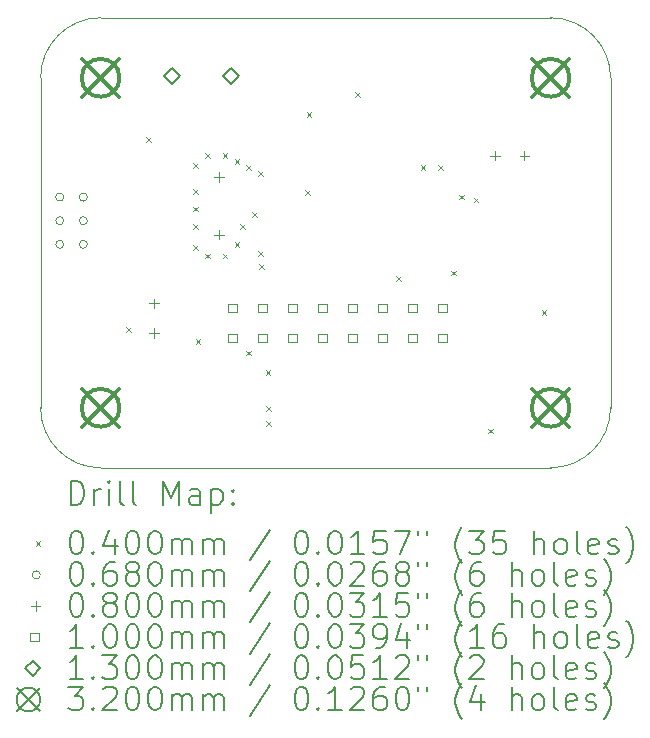
<source format=gbr>
%TF.GenerationSoftware,KiCad,Pcbnew,(6.0.10)*%
%TF.CreationDate,2023-01-26T22:30:29-05:00*%
%TF.ProjectId,telemetry_transmitter,74656c65-6d65-4747-9279-5f7472616e73,rev?*%
%TF.SameCoordinates,Original*%
%TF.FileFunction,Drillmap*%
%TF.FilePolarity,Positive*%
%FSLAX45Y45*%
G04 Gerber Fmt 4.5, Leading zero omitted, Abs format (unit mm)*
G04 Created by KiCad (PCBNEW (6.0.10)) date 2023-01-26 22:30:29*
%MOMM*%
%LPD*%
G01*
G04 APERTURE LIST*
%ADD10C,0.050000*%
%ADD11C,0.200000*%
%ADD12C,0.040000*%
%ADD13C,0.068000*%
%ADD14C,0.080000*%
%ADD15C,0.100000*%
%ADD16C,0.130000*%
%ADD17C,0.320000*%
G04 APERTURE END LIST*
D10*
X18288000Y-11684000D02*
G75*
G03*
X18796000Y-12192000I508000J0D01*
G01*
X23114000Y-8890000D02*
G75*
G03*
X22606000Y-8382000I-508000J0D01*
G01*
X18288000Y-11684000D02*
X18288000Y-8890000D01*
X18796000Y-8382000D02*
G75*
G03*
X18288000Y-8890000I0J-508000D01*
G01*
X23114000Y-8890000D02*
X23114000Y-11684000D01*
X22606000Y-12192000D02*
G75*
G03*
X23114000Y-11684000I0J508000D01*
G01*
X22606000Y-12192000D02*
X18796000Y-12192000D01*
X18796000Y-8382000D02*
X22606000Y-8382000D01*
D11*
D12*
X19010000Y-11000000D02*
X19050000Y-11040000D01*
X19050000Y-11000000D02*
X19010000Y-11040000D01*
X19180000Y-9390000D02*
X19220000Y-9430000D01*
X19220000Y-9390000D02*
X19180000Y-9430000D01*
X19580000Y-9610000D02*
X19620000Y-9650000D01*
X19620000Y-9610000D02*
X19580000Y-9650000D01*
X19580000Y-9830000D02*
X19620000Y-9870000D01*
X19620000Y-9830000D02*
X19580000Y-9870000D01*
X19580000Y-9980000D02*
X19620000Y-10020000D01*
X19620000Y-9980000D02*
X19580000Y-10020000D01*
X19580000Y-10130000D02*
X19620000Y-10170000D01*
X19620000Y-10130000D02*
X19580000Y-10170000D01*
X19580000Y-10310000D02*
X19620000Y-10350000D01*
X19620000Y-10310000D02*
X19580000Y-10350000D01*
X19600000Y-11100000D02*
X19640000Y-11140000D01*
X19640000Y-11100000D02*
X19600000Y-11140000D01*
X19680000Y-9530000D02*
X19720000Y-9570000D01*
X19720000Y-9530000D02*
X19680000Y-9570000D01*
X19680000Y-10380000D02*
X19720000Y-10420000D01*
X19720000Y-10380000D02*
X19680000Y-10420000D01*
X19830000Y-9530000D02*
X19870000Y-9570000D01*
X19870000Y-9530000D02*
X19830000Y-9570000D01*
X19830000Y-10380000D02*
X19870000Y-10420000D01*
X19870000Y-10380000D02*
X19830000Y-10420000D01*
X19930000Y-9580000D02*
X19970000Y-9620000D01*
X19970000Y-9580000D02*
X19930000Y-9620000D01*
X19930000Y-10280000D02*
X19970000Y-10320000D01*
X19970000Y-10280000D02*
X19930000Y-10320000D01*
X19980000Y-10130000D02*
X20020000Y-10170000D01*
X20020000Y-10130000D02*
X19980000Y-10170000D01*
X20030000Y-9630000D02*
X20070000Y-9670000D01*
X20070000Y-9630000D02*
X20030000Y-9670000D01*
X20030000Y-11200000D02*
X20070000Y-11240000D01*
X20070000Y-11200000D02*
X20030000Y-11240000D01*
X20080000Y-10030000D02*
X20120000Y-10070000D01*
X20120000Y-10030000D02*
X20080000Y-10070000D01*
X20130000Y-9680000D02*
X20170000Y-9720000D01*
X20170000Y-9680000D02*
X20130000Y-9720000D01*
X20130000Y-10355000D02*
X20170000Y-10395000D01*
X20170000Y-10355000D02*
X20130000Y-10395000D01*
X20140000Y-10470000D02*
X20180000Y-10510000D01*
X20180000Y-10470000D02*
X20140000Y-10510000D01*
X20192500Y-11366500D02*
X20232500Y-11406500D01*
X20232500Y-11366500D02*
X20192500Y-11406500D01*
X20196100Y-11670500D02*
X20236100Y-11710500D01*
X20236100Y-11670500D02*
X20196100Y-11710500D01*
X20196100Y-11797500D02*
X20236100Y-11837500D01*
X20236100Y-11797500D02*
X20196100Y-11837500D01*
X20530000Y-9840000D02*
X20570000Y-9880000D01*
X20570000Y-9840000D02*
X20530000Y-9880000D01*
X20540000Y-9180000D02*
X20580000Y-9220000D01*
X20580000Y-9180000D02*
X20540000Y-9220000D01*
X20950000Y-9010000D02*
X20990000Y-9050000D01*
X20990000Y-9010000D02*
X20950000Y-9050000D01*
X21300000Y-10570000D02*
X21340000Y-10610000D01*
X21340000Y-10570000D02*
X21300000Y-10610000D01*
X21505000Y-9630000D02*
X21545000Y-9670000D01*
X21545000Y-9630000D02*
X21505000Y-9670000D01*
X21655000Y-9630000D02*
X21695000Y-9670000D01*
X21695000Y-9630000D02*
X21655000Y-9670000D01*
X21766422Y-10523952D02*
X21806422Y-10563952D01*
X21806422Y-10523952D02*
X21766422Y-10563952D01*
X21830000Y-9880000D02*
X21870000Y-9920000D01*
X21870000Y-9880000D02*
X21830000Y-9920000D01*
X21955000Y-9905000D02*
X21995000Y-9945000D01*
X21995000Y-9905000D02*
X21955000Y-9945000D01*
X22080000Y-11860000D02*
X22120000Y-11900000D01*
X22120000Y-11860000D02*
X22080000Y-11900000D01*
X22530000Y-10855000D02*
X22570000Y-10895000D01*
X22570000Y-10855000D02*
X22530000Y-10895000D01*
D13*
X18484000Y-9900000D02*
G75*
G03*
X18484000Y-9900000I-34000J0D01*
G01*
X18484000Y-10100000D02*
G75*
G03*
X18484000Y-10100000I-34000J0D01*
G01*
X18484000Y-10300000D02*
G75*
G03*
X18484000Y-10300000I-34000J0D01*
G01*
X18684000Y-9900000D02*
G75*
G03*
X18684000Y-9900000I-34000J0D01*
G01*
X18684000Y-10100000D02*
G75*
G03*
X18684000Y-10100000I-34000J0D01*
G01*
X18684000Y-10300000D02*
G75*
G03*
X18684000Y-10300000I-34000J0D01*
G01*
D14*
X19250000Y-10760000D02*
X19250000Y-10840000D01*
X19210000Y-10800000D02*
X19290000Y-10800000D01*
X19250000Y-11010000D02*
X19250000Y-11090000D01*
X19210000Y-11050000D02*
X19290000Y-11050000D01*
X19800000Y-9690000D02*
X19800000Y-9770000D01*
X19760000Y-9730000D02*
X19840000Y-9730000D01*
X19800000Y-10178000D02*
X19800000Y-10258000D01*
X19760000Y-10218000D02*
X19840000Y-10218000D01*
X22133861Y-9510000D02*
X22133861Y-9590000D01*
X22093861Y-9550000D02*
X22173861Y-9550000D01*
X22383861Y-9510000D02*
X22383861Y-9590000D01*
X22343861Y-9550000D02*
X22423861Y-9550000D01*
D15*
X19947856Y-10872856D02*
X19947856Y-10802144D01*
X19877144Y-10802144D01*
X19877144Y-10872856D01*
X19947856Y-10872856D01*
X19947856Y-11126856D02*
X19947856Y-11056144D01*
X19877144Y-11056144D01*
X19877144Y-11126856D01*
X19947856Y-11126856D01*
X20201856Y-10872856D02*
X20201856Y-10802144D01*
X20131144Y-10802144D01*
X20131144Y-10872856D01*
X20201856Y-10872856D01*
X20201856Y-11126856D02*
X20201856Y-11056144D01*
X20131144Y-11056144D01*
X20131144Y-11126856D01*
X20201856Y-11126856D01*
X20455856Y-10872856D02*
X20455856Y-10802144D01*
X20385144Y-10802144D01*
X20385144Y-10872856D01*
X20455856Y-10872856D01*
X20455856Y-11126856D02*
X20455856Y-11056144D01*
X20385144Y-11056144D01*
X20385144Y-11126856D01*
X20455856Y-11126856D01*
X20709856Y-10872856D02*
X20709856Y-10802144D01*
X20639144Y-10802144D01*
X20639144Y-10872856D01*
X20709856Y-10872856D01*
X20709856Y-11126856D02*
X20709856Y-11056144D01*
X20639144Y-11056144D01*
X20639144Y-11126856D01*
X20709856Y-11126856D01*
X20963856Y-10872856D02*
X20963856Y-10802144D01*
X20893144Y-10802144D01*
X20893144Y-10872856D01*
X20963856Y-10872856D01*
X20963856Y-11126856D02*
X20963856Y-11056144D01*
X20893144Y-11056144D01*
X20893144Y-11126856D01*
X20963856Y-11126856D01*
X21217856Y-10872856D02*
X21217856Y-10802144D01*
X21147144Y-10802144D01*
X21147144Y-10872856D01*
X21217856Y-10872856D01*
X21217856Y-11126856D02*
X21217856Y-11056144D01*
X21147144Y-11056144D01*
X21147144Y-11126856D01*
X21217856Y-11126856D01*
X21471856Y-10872856D02*
X21471856Y-10802144D01*
X21401144Y-10802144D01*
X21401144Y-10872856D01*
X21471856Y-10872856D01*
X21471856Y-11126856D02*
X21471856Y-11056144D01*
X21401144Y-11056144D01*
X21401144Y-11126856D01*
X21471856Y-11126856D01*
X21725856Y-10872856D02*
X21725856Y-10802144D01*
X21655144Y-10802144D01*
X21655144Y-10872856D01*
X21725856Y-10872856D01*
X21725856Y-11126856D02*
X21725856Y-11056144D01*
X21655144Y-11056144D01*
X21655144Y-11126856D01*
X21725856Y-11126856D01*
D16*
X19400000Y-8940000D02*
X19465000Y-8875000D01*
X19400000Y-8810000D01*
X19335000Y-8875000D01*
X19400000Y-8940000D01*
X19900000Y-8940000D02*
X19965000Y-8875000D01*
X19900000Y-8810000D01*
X19835000Y-8875000D01*
X19900000Y-8940000D01*
D17*
X18636000Y-8730000D02*
X18956000Y-9050000D01*
X18956000Y-8730000D02*
X18636000Y-9050000D01*
X18956000Y-8890000D02*
G75*
G03*
X18956000Y-8890000I-160000J0D01*
G01*
X18636000Y-11524000D02*
X18956000Y-11844000D01*
X18956000Y-11524000D02*
X18636000Y-11844000D01*
X18956000Y-11684000D02*
G75*
G03*
X18956000Y-11684000I-160000J0D01*
G01*
X22446000Y-8730000D02*
X22766000Y-9050000D01*
X22766000Y-8730000D02*
X22446000Y-9050000D01*
X22766000Y-8890000D02*
G75*
G03*
X22766000Y-8890000I-160000J0D01*
G01*
X22446000Y-11524000D02*
X22766000Y-11844000D01*
X22766000Y-11524000D02*
X22446000Y-11844000D01*
X22766000Y-11684000D02*
G75*
G03*
X22766000Y-11684000I-160000J0D01*
G01*
D11*
X18543119Y-12504976D02*
X18543119Y-12304976D01*
X18590738Y-12304976D01*
X18619310Y-12314500D01*
X18638357Y-12333548D01*
X18647881Y-12352595D01*
X18657405Y-12390690D01*
X18657405Y-12419262D01*
X18647881Y-12457357D01*
X18638357Y-12476405D01*
X18619310Y-12495452D01*
X18590738Y-12504976D01*
X18543119Y-12504976D01*
X18743119Y-12504976D02*
X18743119Y-12371643D01*
X18743119Y-12409738D02*
X18752643Y-12390690D01*
X18762167Y-12381167D01*
X18781214Y-12371643D01*
X18800262Y-12371643D01*
X18866929Y-12504976D02*
X18866929Y-12371643D01*
X18866929Y-12304976D02*
X18857405Y-12314500D01*
X18866929Y-12324024D01*
X18876452Y-12314500D01*
X18866929Y-12304976D01*
X18866929Y-12324024D01*
X18990738Y-12504976D02*
X18971690Y-12495452D01*
X18962167Y-12476405D01*
X18962167Y-12304976D01*
X19095500Y-12504976D02*
X19076452Y-12495452D01*
X19066929Y-12476405D01*
X19066929Y-12304976D01*
X19324071Y-12504976D02*
X19324071Y-12304976D01*
X19390738Y-12447833D01*
X19457405Y-12304976D01*
X19457405Y-12504976D01*
X19638357Y-12504976D02*
X19638357Y-12400214D01*
X19628833Y-12381167D01*
X19609786Y-12371643D01*
X19571690Y-12371643D01*
X19552643Y-12381167D01*
X19638357Y-12495452D02*
X19619310Y-12504976D01*
X19571690Y-12504976D01*
X19552643Y-12495452D01*
X19543119Y-12476405D01*
X19543119Y-12457357D01*
X19552643Y-12438309D01*
X19571690Y-12428786D01*
X19619310Y-12428786D01*
X19638357Y-12419262D01*
X19733595Y-12371643D02*
X19733595Y-12571643D01*
X19733595Y-12381167D02*
X19752643Y-12371643D01*
X19790738Y-12371643D01*
X19809786Y-12381167D01*
X19819310Y-12390690D01*
X19828833Y-12409738D01*
X19828833Y-12466881D01*
X19819310Y-12485928D01*
X19809786Y-12495452D01*
X19790738Y-12504976D01*
X19752643Y-12504976D01*
X19733595Y-12495452D01*
X19914548Y-12485928D02*
X19924071Y-12495452D01*
X19914548Y-12504976D01*
X19905024Y-12495452D01*
X19914548Y-12485928D01*
X19914548Y-12504976D01*
X19914548Y-12381167D02*
X19924071Y-12390690D01*
X19914548Y-12400214D01*
X19905024Y-12390690D01*
X19914548Y-12381167D01*
X19914548Y-12400214D01*
D12*
X18245500Y-12814500D02*
X18285500Y-12854500D01*
X18285500Y-12814500D02*
X18245500Y-12854500D01*
D11*
X18581214Y-12724976D02*
X18600262Y-12724976D01*
X18619310Y-12734500D01*
X18628833Y-12744024D01*
X18638357Y-12763071D01*
X18647881Y-12801167D01*
X18647881Y-12848786D01*
X18638357Y-12886881D01*
X18628833Y-12905928D01*
X18619310Y-12915452D01*
X18600262Y-12924976D01*
X18581214Y-12924976D01*
X18562167Y-12915452D01*
X18552643Y-12905928D01*
X18543119Y-12886881D01*
X18533595Y-12848786D01*
X18533595Y-12801167D01*
X18543119Y-12763071D01*
X18552643Y-12744024D01*
X18562167Y-12734500D01*
X18581214Y-12724976D01*
X18733595Y-12905928D02*
X18743119Y-12915452D01*
X18733595Y-12924976D01*
X18724071Y-12915452D01*
X18733595Y-12905928D01*
X18733595Y-12924976D01*
X18914548Y-12791643D02*
X18914548Y-12924976D01*
X18866929Y-12715452D02*
X18819310Y-12858309D01*
X18943119Y-12858309D01*
X19057405Y-12724976D02*
X19076452Y-12724976D01*
X19095500Y-12734500D01*
X19105024Y-12744024D01*
X19114548Y-12763071D01*
X19124071Y-12801167D01*
X19124071Y-12848786D01*
X19114548Y-12886881D01*
X19105024Y-12905928D01*
X19095500Y-12915452D01*
X19076452Y-12924976D01*
X19057405Y-12924976D01*
X19038357Y-12915452D01*
X19028833Y-12905928D01*
X19019310Y-12886881D01*
X19009786Y-12848786D01*
X19009786Y-12801167D01*
X19019310Y-12763071D01*
X19028833Y-12744024D01*
X19038357Y-12734500D01*
X19057405Y-12724976D01*
X19247881Y-12724976D02*
X19266929Y-12724976D01*
X19285976Y-12734500D01*
X19295500Y-12744024D01*
X19305024Y-12763071D01*
X19314548Y-12801167D01*
X19314548Y-12848786D01*
X19305024Y-12886881D01*
X19295500Y-12905928D01*
X19285976Y-12915452D01*
X19266929Y-12924976D01*
X19247881Y-12924976D01*
X19228833Y-12915452D01*
X19219310Y-12905928D01*
X19209786Y-12886881D01*
X19200262Y-12848786D01*
X19200262Y-12801167D01*
X19209786Y-12763071D01*
X19219310Y-12744024D01*
X19228833Y-12734500D01*
X19247881Y-12724976D01*
X19400262Y-12924976D02*
X19400262Y-12791643D01*
X19400262Y-12810690D02*
X19409786Y-12801167D01*
X19428833Y-12791643D01*
X19457405Y-12791643D01*
X19476452Y-12801167D01*
X19485976Y-12820214D01*
X19485976Y-12924976D01*
X19485976Y-12820214D02*
X19495500Y-12801167D01*
X19514548Y-12791643D01*
X19543119Y-12791643D01*
X19562167Y-12801167D01*
X19571690Y-12820214D01*
X19571690Y-12924976D01*
X19666929Y-12924976D02*
X19666929Y-12791643D01*
X19666929Y-12810690D02*
X19676452Y-12801167D01*
X19695500Y-12791643D01*
X19724071Y-12791643D01*
X19743119Y-12801167D01*
X19752643Y-12820214D01*
X19752643Y-12924976D01*
X19752643Y-12820214D02*
X19762167Y-12801167D01*
X19781214Y-12791643D01*
X19809786Y-12791643D01*
X19828833Y-12801167D01*
X19838357Y-12820214D01*
X19838357Y-12924976D01*
X20228833Y-12715452D02*
X20057405Y-12972595D01*
X20485976Y-12724976D02*
X20505024Y-12724976D01*
X20524071Y-12734500D01*
X20533595Y-12744024D01*
X20543119Y-12763071D01*
X20552643Y-12801167D01*
X20552643Y-12848786D01*
X20543119Y-12886881D01*
X20533595Y-12905928D01*
X20524071Y-12915452D01*
X20505024Y-12924976D01*
X20485976Y-12924976D01*
X20466929Y-12915452D01*
X20457405Y-12905928D01*
X20447881Y-12886881D01*
X20438357Y-12848786D01*
X20438357Y-12801167D01*
X20447881Y-12763071D01*
X20457405Y-12744024D01*
X20466929Y-12734500D01*
X20485976Y-12724976D01*
X20638357Y-12905928D02*
X20647881Y-12915452D01*
X20638357Y-12924976D01*
X20628833Y-12915452D01*
X20638357Y-12905928D01*
X20638357Y-12924976D01*
X20771690Y-12724976D02*
X20790738Y-12724976D01*
X20809786Y-12734500D01*
X20819310Y-12744024D01*
X20828833Y-12763071D01*
X20838357Y-12801167D01*
X20838357Y-12848786D01*
X20828833Y-12886881D01*
X20819310Y-12905928D01*
X20809786Y-12915452D01*
X20790738Y-12924976D01*
X20771690Y-12924976D01*
X20752643Y-12915452D01*
X20743119Y-12905928D01*
X20733595Y-12886881D01*
X20724071Y-12848786D01*
X20724071Y-12801167D01*
X20733595Y-12763071D01*
X20743119Y-12744024D01*
X20752643Y-12734500D01*
X20771690Y-12724976D01*
X21028833Y-12924976D02*
X20914548Y-12924976D01*
X20971690Y-12924976D02*
X20971690Y-12724976D01*
X20952643Y-12753548D01*
X20933595Y-12772595D01*
X20914548Y-12782119D01*
X21209786Y-12724976D02*
X21114548Y-12724976D01*
X21105024Y-12820214D01*
X21114548Y-12810690D01*
X21133595Y-12801167D01*
X21181214Y-12801167D01*
X21200262Y-12810690D01*
X21209786Y-12820214D01*
X21219310Y-12839262D01*
X21219310Y-12886881D01*
X21209786Y-12905928D01*
X21200262Y-12915452D01*
X21181214Y-12924976D01*
X21133595Y-12924976D01*
X21114548Y-12915452D01*
X21105024Y-12905928D01*
X21285976Y-12724976D02*
X21419310Y-12724976D01*
X21333595Y-12924976D01*
X21485976Y-12724976D02*
X21485976Y-12763071D01*
X21562167Y-12724976D02*
X21562167Y-12763071D01*
X21857405Y-13001167D02*
X21847881Y-12991643D01*
X21828833Y-12963071D01*
X21819310Y-12944024D01*
X21809786Y-12915452D01*
X21800262Y-12867833D01*
X21800262Y-12829738D01*
X21809786Y-12782119D01*
X21819310Y-12753548D01*
X21828833Y-12734500D01*
X21847881Y-12705928D01*
X21857405Y-12696405D01*
X21914548Y-12724976D02*
X22038357Y-12724976D01*
X21971690Y-12801167D01*
X22000262Y-12801167D01*
X22019310Y-12810690D01*
X22028833Y-12820214D01*
X22038357Y-12839262D01*
X22038357Y-12886881D01*
X22028833Y-12905928D01*
X22019310Y-12915452D01*
X22000262Y-12924976D01*
X21943119Y-12924976D01*
X21924071Y-12915452D01*
X21914548Y-12905928D01*
X22219310Y-12724976D02*
X22124071Y-12724976D01*
X22114548Y-12820214D01*
X22124071Y-12810690D01*
X22143119Y-12801167D01*
X22190738Y-12801167D01*
X22209786Y-12810690D01*
X22219310Y-12820214D01*
X22228833Y-12839262D01*
X22228833Y-12886881D01*
X22219310Y-12905928D01*
X22209786Y-12915452D01*
X22190738Y-12924976D01*
X22143119Y-12924976D01*
X22124071Y-12915452D01*
X22114548Y-12905928D01*
X22466928Y-12924976D02*
X22466928Y-12724976D01*
X22552643Y-12924976D02*
X22552643Y-12820214D01*
X22543119Y-12801167D01*
X22524071Y-12791643D01*
X22495500Y-12791643D01*
X22476452Y-12801167D01*
X22466928Y-12810690D01*
X22676452Y-12924976D02*
X22657405Y-12915452D01*
X22647881Y-12905928D01*
X22638357Y-12886881D01*
X22638357Y-12829738D01*
X22647881Y-12810690D01*
X22657405Y-12801167D01*
X22676452Y-12791643D01*
X22705024Y-12791643D01*
X22724071Y-12801167D01*
X22733595Y-12810690D01*
X22743119Y-12829738D01*
X22743119Y-12886881D01*
X22733595Y-12905928D01*
X22724071Y-12915452D01*
X22705024Y-12924976D01*
X22676452Y-12924976D01*
X22857405Y-12924976D02*
X22838357Y-12915452D01*
X22828833Y-12896405D01*
X22828833Y-12724976D01*
X23009786Y-12915452D02*
X22990738Y-12924976D01*
X22952643Y-12924976D01*
X22933595Y-12915452D01*
X22924071Y-12896405D01*
X22924071Y-12820214D01*
X22933595Y-12801167D01*
X22952643Y-12791643D01*
X22990738Y-12791643D01*
X23009786Y-12801167D01*
X23019309Y-12820214D01*
X23019309Y-12839262D01*
X22924071Y-12858309D01*
X23095500Y-12915452D02*
X23114548Y-12924976D01*
X23152643Y-12924976D01*
X23171690Y-12915452D01*
X23181214Y-12896405D01*
X23181214Y-12886881D01*
X23171690Y-12867833D01*
X23152643Y-12858309D01*
X23124071Y-12858309D01*
X23105024Y-12848786D01*
X23095500Y-12829738D01*
X23095500Y-12820214D01*
X23105024Y-12801167D01*
X23124071Y-12791643D01*
X23152643Y-12791643D01*
X23171690Y-12801167D01*
X23247881Y-13001167D02*
X23257405Y-12991643D01*
X23276452Y-12963071D01*
X23285976Y-12944024D01*
X23295500Y-12915452D01*
X23305024Y-12867833D01*
X23305024Y-12829738D01*
X23295500Y-12782119D01*
X23285976Y-12753548D01*
X23276452Y-12734500D01*
X23257405Y-12705928D01*
X23247881Y-12696405D01*
D13*
X18285500Y-13098500D02*
G75*
G03*
X18285500Y-13098500I-34000J0D01*
G01*
D11*
X18581214Y-12988976D02*
X18600262Y-12988976D01*
X18619310Y-12998500D01*
X18628833Y-13008024D01*
X18638357Y-13027071D01*
X18647881Y-13065167D01*
X18647881Y-13112786D01*
X18638357Y-13150881D01*
X18628833Y-13169928D01*
X18619310Y-13179452D01*
X18600262Y-13188976D01*
X18581214Y-13188976D01*
X18562167Y-13179452D01*
X18552643Y-13169928D01*
X18543119Y-13150881D01*
X18533595Y-13112786D01*
X18533595Y-13065167D01*
X18543119Y-13027071D01*
X18552643Y-13008024D01*
X18562167Y-12998500D01*
X18581214Y-12988976D01*
X18733595Y-13169928D02*
X18743119Y-13179452D01*
X18733595Y-13188976D01*
X18724071Y-13179452D01*
X18733595Y-13169928D01*
X18733595Y-13188976D01*
X18914548Y-12988976D02*
X18876452Y-12988976D01*
X18857405Y-12998500D01*
X18847881Y-13008024D01*
X18828833Y-13036595D01*
X18819310Y-13074690D01*
X18819310Y-13150881D01*
X18828833Y-13169928D01*
X18838357Y-13179452D01*
X18857405Y-13188976D01*
X18895500Y-13188976D01*
X18914548Y-13179452D01*
X18924071Y-13169928D01*
X18933595Y-13150881D01*
X18933595Y-13103262D01*
X18924071Y-13084214D01*
X18914548Y-13074690D01*
X18895500Y-13065167D01*
X18857405Y-13065167D01*
X18838357Y-13074690D01*
X18828833Y-13084214D01*
X18819310Y-13103262D01*
X19047881Y-13074690D02*
X19028833Y-13065167D01*
X19019310Y-13055643D01*
X19009786Y-13036595D01*
X19009786Y-13027071D01*
X19019310Y-13008024D01*
X19028833Y-12998500D01*
X19047881Y-12988976D01*
X19085976Y-12988976D01*
X19105024Y-12998500D01*
X19114548Y-13008024D01*
X19124071Y-13027071D01*
X19124071Y-13036595D01*
X19114548Y-13055643D01*
X19105024Y-13065167D01*
X19085976Y-13074690D01*
X19047881Y-13074690D01*
X19028833Y-13084214D01*
X19019310Y-13093738D01*
X19009786Y-13112786D01*
X19009786Y-13150881D01*
X19019310Y-13169928D01*
X19028833Y-13179452D01*
X19047881Y-13188976D01*
X19085976Y-13188976D01*
X19105024Y-13179452D01*
X19114548Y-13169928D01*
X19124071Y-13150881D01*
X19124071Y-13112786D01*
X19114548Y-13093738D01*
X19105024Y-13084214D01*
X19085976Y-13074690D01*
X19247881Y-12988976D02*
X19266929Y-12988976D01*
X19285976Y-12998500D01*
X19295500Y-13008024D01*
X19305024Y-13027071D01*
X19314548Y-13065167D01*
X19314548Y-13112786D01*
X19305024Y-13150881D01*
X19295500Y-13169928D01*
X19285976Y-13179452D01*
X19266929Y-13188976D01*
X19247881Y-13188976D01*
X19228833Y-13179452D01*
X19219310Y-13169928D01*
X19209786Y-13150881D01*
X19200262Y-13112786D01*
X19200262Y-13065167D01*
X19209786Y-13027071D01*
X19219310Y-13008024D01*
X19228833Y-12998500D01*
X19247881Y-12988976D01*
X19400262Y-13188976D02*
X19400262Y-13055643D01*
X19400262Y-13074690D02*
X19409786Y-13065167D01*
X19428833Y-13055643D01*
X19457405Y-13055643D01*
X19476452Y-13065167D01*
X19485976Y-13084214D01*
X19485976Y-13188976D01*
X19485976Y-13084214D02*
X19495500Y-13065167D01*
X19514548Y-13055643D01*
X19543119Y-13055643D01*
X19562167Y-13065167D01*
X19571690Y-13084214D01*
X19571690Y-13188976D01*
X19666929Y-13188976D02*
X19666929Y-13055643D01*
X19666929Y-13074690D02*
X19676452Y-13065167D01*
X19695500Y-13055643D01*
X19724071Y-13055643D01*
X19743119Y-13065167D01*
X19752643Y-13084214D01*
X19752643Y-13188976D01*
X19752643Y-13084214D02*
X19762167Y-13065167D01*
X19781214Y-13055643D01*
X19809786Y-13055643D01*
X19828833Y-13065167D01*
X19838357Y-13084214D01*
X19838357Y-13188976D01*
X20228833Y-12979452D02*
X20057405Y-13236595D01*
X20485976Y-12988976D02*
X20505024Y-12988976D01*
X20524071Y-12998500D01*
X20533595Y-13008024D01*
X20543119Y-13027071D01*
X20552643Y-13065167D01*
X20552643Y-13112786D01*
X20543119Y-13150881D01*
X20533595Y-13169928D01*
X20524071Y-13179452D01*
X20505024Y-13188976D01*
X20485976Y-13188976D01*
X20466929Y-13179452D01*
X20457405Y-13169928D01*
X20447881Y-13150881D01*
X20438357Y-13112786D01*
X20438357Y-13065167D01*
X20447881Y-13027071D01*
X20457405Y-13008024D01*
X20466929Y-12998500D01*
X20485976Y-12988976D01*
X20638357Y-13169928D02*
X20647881Y-13179452D01*
X20638357Y-13188976D01*
X20628833Y-13179452D01*
X20638357Y-13169928D01*
X20638357Y-13188976D01*
X20771690Y-12988976D02*
X20790738Y-12988976D01*
X20809786Y-12998500D01*
X20819310Y-13008024D01*
X20828833Y-13027071D01*
X20838357Y-13065167D01*
X20838357Y-13112786D01*
X20828833Y-13150881D01*
X20819310Y-13169928D01*
X20809786Y-13179452D01*
X20790738Y-13188976D01*
X20771690Y-13188976D01*
X20752643Y-13179452D01*
X20743119Y-13169928D01*
X20733595Y-13150881D01*
X20724071Y-13112786D01*
X20724071Y-13065167D01*
X20733595Y-13027071D01*
X20743119Y-13008024D01*
X20752643Y-12998500D01*
X20771690Y-12988976D01*
X20914548Y-13008024D02*
X20924071Y-12998500D01*
X20943119Y-12988976D01*
X20990738Y-12988976D01*
X21009786Y-12998500D01*
X21019310Y-13008024D01*
X21028833Y-13027071D01*
X21028833Y-13046119D01*
X21019310Y-13074690D01*
X20905024Y-13188976D01*
X21028833Y-13188976D01*
X21200262Y-12988976D02*
X21162167Y-12988976D01*
X21143119Y-12998500D01*
X21133595Y-13008024D01*
X21114548Y-13036595D01*
X21105024Y-13074690D01*
X21105024Y-13150881D01*
X21114548Y-13169928D01*
X21124071Y-13179452D01*
X21143119Y-13188976D01*
X21181214Y-13188976D01*
X21200262Y-13179452D01*
X21209786Y-13169928D01*
X21219310Y-13150881D01*
X21219310Y-13103262D01*
X21209786Y-13084214D01*
X21200262Y-13074690D01*
X21181214Y-13065167D01*
X21143119Y-13065167D01*
X21124071Y-13074690D01*
X21114548Y-13084214D01*
X21105024Y-13103262D01*
X21333595Y-13074690D02*
X21314548Y-13065167D01*
X21305024Y-13055643D01*
X21295500Y-13036595D01*
X21295500Y-13027071D01*
X21305024Y-13008024D01*
X21314548Y-12998500D01*
X21333595Y-12988976D01*
X21371690Y-12988976D01*
X21390738Y-12998500D01*
X21400262Y-13008024D01*
X21409786Y-13027071D01*
X21409786Y-13036595D01*
X21400262Y-13055643D01*
X21390738Y-13065167D01*
X21371690Y-13074690D01*
X21333595Y-13074690D01*
X21314548Y-13084214D01*
X21305024Y-13093738D01*
X21295500Y-13112786D01*
X21295500Y-13150881D01*
X21305024Y-13169928D01*
X21314548Y-13179452D01*
X21333595Y-13188976D01*
X21371690Y-13188976D01*
X21390738Y-13179452D01*
X21400262Y-13169928D01*
X21409786Y-13150881D01*
X21409786Y-13112786D01*
X21400262Y-13093738D01*
X21390738Y-13084214D01*
X21371690Y-13074690D01*
X21485976Y-12988976D02*
X21485976Y-13027071D01*
X21562167Y-12988976D02*
X21562167Y-13027071D01*
X21857405Y-13265167D02*
X21847881Y-13255643D01*
X21828833Y-13227071D01*
X21819310Y-13208024D01*
X21809786Y-13179452D01*
X21800262Y-13131833D01*
X21800262Y-13093738D01*
X21809786Y-13046119D01*
X21819310Y-13017548D01*
X21828833Y-12998500D01*
X21847881Y-12969928D01*
X21857405Y-12960405D01*
X22019310Y-12988976D02*
X21981214Y-12988976D01*
X21962167Y-12998500D01*
X21952643Y-13008024D01*
X21933595Y-13036595D01*
X21924071Y-13074690D01*
X21924071Y-13150881D01*
X21933595Y-13169928D01*
X21943119Y-13179452D01*
X21962167Y-13188976D01*
X22000262Y-13188976D01*
X22019310Y-13179452D01*
X22028833Y-13169928D01*
X22038357Y-13150881D01*
X22038357Y-13103262D01*
X22028833Y-13084214D01*
X22019310Y-13074690D01*
X22000262Y-13065167D01*
X21962167Y-13065167D01*
X21943119Y-13074690D01*
X21933595Y-13084214D01*
X21924071Y-13103262D01*
X22276452Y-13188976D02*
X22276452Y-12988976D01*
X22362167Y-13188976D02*
X22362167Y-13084214D01*
X22352643Y-13065167D01*
X22333595Y-13055643D01*
X22305024Y-13055643D01*
X22285976Y-13065167D01*
X22276452Y-13074690D01*
X22485976Y-13188976D02*
X22466928Y-13179452D01*
X22457405Y-13169928D01*
X22447881Y-13150881D01*
X22447881Y-13093738D01*
X22457405Y-13074690D01*
X22466928Y-13065167D01*
X22485976Y-13055643D01*
X22514548Y-13055643D01*
X22533595Y-13065167D01*
X22543119Y-13074690D01*
X22552643Y-13093738D01*
X22552643Y-13150881D01*
X22543119Y-13169928D01*
X22533595Y-13179452D01*
X22514548Y-13188976D01*
X22485976Y-13188976D01*
X22666928Y-13188976D02*
X22647881Y-13179452D01*
X22638357Y-13160405D01*
X22638357Y-12988976D01*
X22819309Y-13179452D02*
X22800262Y-13188976D01*
X22762167Y-13188976D01*
X22743119Y-13179452D01*
X22733595Y-13160405D01*
X22733595Y-13084214D01*
X22743119Y-13065167D01*
X22762167Y-13055643D01*
X22800262Y-13055643D01*
X22819309Y-13065167D01*
X22828833Y-13084214D01*
X22828833Y-13103262D01*
X22733595Y-13122309D01*
X22905024Y-13179452D02*
X22924071Y-13188976D01*
X22962167Y-13188976D01*
X22981214Y-13179452D01*
X22990738Y-13160405D01*
X22990738Y-13150881D01*
X22981214Y-13131833D01*
X22962167Y-13122309D01*
X22933595Y-13122309D01*
X22914548Y-13112786D01*
X22905024Y-13093738D01*
X22905024Y-13084214D01*
X22914548Y-13065167D01*
X22933595Y-13055643D01*
X22962167Y-13055643D01*
X22981214Y-13065167D01*
X23057405Y-13265167D02*
X23066928Y-13255643D01*
X23085976Y-13227071D01*
X23095500Y-13208024D01*
X23105024Y-13179452D01*
X23114548Y-13131833D01*
X23114548Y-13093738D01*
X23105024Y-13046119D01*
X23095500Y-13017548D01*
X23085976Y-12998500D01*
X23066928Y-12969928D01*
X23057405Y-12960405D01*
D14*
X18245500Y-13322500D02*
X18245500Y-13402500D01*
X18205500Y-13362500D02*
X18285500Y-13362500D01*
D11*
X18581214Y-13252976D02*
X18600262Y-13252976D01*
X18619310Y-13262500D01*
X18628833Y-13272024D01*
X18638357Y-13291071D01*
X18647881Y-13329167D01*
X18647881Y-13376786D01*
X18638357Y-13414881D01*
X18628833Y-13433928D01*
X18619310Y-13443452D01*
X18600262Y-13452976D01*
X18581214Y-13452976D01*
X18562167Y-13443452D01*
X18552643Y-13433928D01*
X18543119Y-13414881D01*
X18533595Y-13376786D01*
X18533595Y-13329167D01*
X18543119Y-13291071D01*
X18552643Y-13272024D01*
X18562167Y-13262500D01*
X18581214Y-13252976D01*
X18733595Y-13433928D02*
X18743119Y-13443452D01*
X18733595Y-13452976D01*
X18724071Y-13443452D01*
X18733595Y-13433928D01*
X18733595Y-13452976D01*
X18857405Y-13338690D02*
X18838357Y-13329167D01*
X18828833Y-13319643D01*
X18819310Y-13300595D01*
X18819310Y-13291071D01*
X18828833Y-13272024D01*
X18838357Y-13262500D01*
X18857405Y-13252976D01*
X18895500Y-13252976D01*
X18914548Y-13262500D01*
X18924071Y-13272024D01*
X18933595Y-13291071D01*
X18933595Y-13300595D01*
X18924071Y-13319643D01*
X18914548Y-13329167D01*
X18895500Y-13338690D01*
X18857405Y-13338690D01*
X18838357Y-13348214D01*
X18828833Y-13357738D01*
X18819310Y-13376786D01*
X18819310Y-13414881D01*
X18828833Y-13433928D01*
X18838357Y-13443452D01*
X18857405Y-13452976D01*
X18895500Y-13452976D01*
X18914548Y-13443452D01*
X18924071Y-13433928D01*
X18933595Y-13414881D01*
X18933595Y-13376786D01*
X18924071Y-13357738D01*
X18914548Y-13348214D01*
X18895500Y-13338690D01*
X19057405Y-13252976D02*
X19076452Y-13252976D01*
X19095500Y-13262500D01*
X19105024Y-13272024D01*
X19114548Y-13291071D01*
X19124071Y-13329167D01*
X19124071Y-13376786D01*
X19114548Y-13414881D01*
X19105024Y-13433928D01*
X19095500Y-13443452D01*
X19076452Y-13452976D01*
X19057405Y-13452976D01*
X19038357Y-13443452D01*
X19028833Y-13433928D01*
X19019310Y-13414881D01*
X19009786Y-13376786D01*
X19009786Y-13329167D01*
X19019310Y-13291071D01*
X19028833Y-13272024D01*
X19038357Y-13262500D01*
X19057405Y-13252976D01*
X19247881Y-13252976D02*
X19266929Y-13252976D01*
X19285976Y-13262500D01*
X19295500Y-13272024D01*
X19305024Y-13291071D01*
X19314548Y-13329167D01*
X19314548Y-13376786D01*
X19305024Y-13414881D01*
X19295500Y-13433928D01*
X19285976Y-13443452D01*
X19266929Y-13452976D01*
X19247881Y-13452976D01*
X19228833Y-13443452D01*
X19219310Y-13433928D01*
X19209786Y-13414881D01*
X19200262Y-13376786D01*
X19200262Y-13329167D01*
X19209786Y-13291071D01*
X19219310Y-13272024D01*
X19228833Y-13262500D01*
X19247881Y-13252976D01*
X19400262Y-13452976D02*
X19400262Y-13319643D01*
X19400262Y-13338690D02*
X19409786Y-13329167D01*
X19428833Y-13319643D01*
X19457405Y-13319643D01*
X19476452Y-13329167D01*
X19485976Y-13348214D01*
X19485976Y-13452976D01*
X19485976Y-13348214D02*
X19495500Y-13329167D01*
X19514548Y-13319643D01*
X19543119Y-13319643D01*
X19562167Y-13329167D01*
X19571690Y-13348214D01*
X19571690Y-13452976D01*
X19666929Y-13452976D02*
X19666929Y-13319643D01*
X19666929Y-13338690D02*
X19676452Y-13329167D01*
X19695500Y-13319643D01*
X19724071Y-13319643D01*
X19743119Y-13329167D01*
X19752643Y-13348214D01*
X19752643Y-13452976D01*
X19752643Y-13348214D02*
X19762167Y-13329167D01*
X19781214Y-13319643D01*
X19809786Y-13319643D01*
X19828833Y-13329167D01*
X19838357Y-13348214D01*
X19838357Y-13452976D01*
X20228833Y-13243452D02*
X20057405Y-13500595D01*
X20485976Y-13252976D02*
X20505024Y-13252976D01*
X20524071Y-13262500D01*
X20533595Y-13272024D01*
X20543119Y-13291071D01*
X20552643Y-13329167D01*
X20552643Y-13376786D01*
X20543119Y-13414881D01*
X20533595Y-13433928D01*
X20524071Y-13443452D01*
X20505024Y-13452976D01*
X20485976Y-13452976D01*
X20466929Y-13443452D01*
X20457405Y-13433928D01*
X20447881Y-13414881D01*
X20438357Y-13376786D01*
X20438357Y-13329167D01*
X20447881Y-13291071D01*
X20457405Y-13272024D01*
X20466929Y-13262500D01*
X20485976Y-13252976D01*
X20638357Y-13433928D02*
X20647881Y-13443452D01*
X20638357Y-13452976D01*
X20628833Y-13443452D01*
X20638357Y-13433928D01*
X20638357Y-13452976D01*
X20771690Y-13252976D02*
X20790738Y-13252976D01*
X20809786Y-13262500D01*
X20819310Y-13272024D01*
X20828833Y-13291071D01*
X20838357Y-13329167D01*
X20838357Y-13376786D01*
X20828833Y-13414881D01*
X20819310Y-13433928D01*
X20809786Y-13443452D01*
X20790738Y-13452976D01*
X20771690Y-13452976D01*
X20752643Y-13443452D01*
X20743119Y-13433928D01*
X20733595Y-13414881D01*
X20724071Y-13376786D01*
X20724071Y-13329167D01*
X20733595Y-13291071D01*
X20743119Y-13272024D01*
X20752643Y-13262500D01*
X20771690Y-13252976D01*
X20905024Y-13252976D02*
X21028833Y-13252976D01*
X20962167Y-13329167D01*
X20990738Y-13329167D01*
X21009786Y-13338690D01*
X21019310Y-13348214D01*
X21028833Y-13367262D01*
X21028833Y-13414881D01*
X21019310Y-13433928D01*
X21009786Y-13443452D01*
X20990738Y-13452976D01*
X20933595Y-13452976D01*
X20914548Y-13443452D01*
X20905024Y-13433928D01*
X21219310Y-13452976D02*
X21105024Y-13452976D01*
X21162167Y-13452976D02*
X21162167Y-13252976D01*
X21143119Y-13281548D01*
X21124071Y-13300595D01*
X21105024Y-13310119D01*
X21400262Y-13252976D02*
X21305024Y-13252976D01*
X21295500Y-13348214D01*
X21305024Y-13338690D01*
X21324071Y-13329167D01*
X21371690Y-13329167D01*
X21390738Y-13338690D01*
X21400262Y-13348214D01*
X21409786Y-13367262D01*
X21409786Y-13414881D01*
X21400262Y-13433928D01*
X21390738Y-13443452D01*
X21371690Y-13452976D01*
X21324071Y-13452976D01*
X21305024Y-13443452D01*
X21295500Y-13433928D01*
X21485976Y-13252976D02*
X21485976Y-13291071D01*
X21562167Y-13252976D02*
X21562167Y-13291071D01*
X21857405Y-13529167D02*
X21847881Y-13519643D01*
X21828833Y-13491071D01*
X21819310Y-13472024D01*
X21809786Y-13443452D01*
X21800262Y-13395833D01*
X21800262Y-13357738D01*
X21809786Y-13310119D01*
X21819310Y-13281548D01*
X21828833Y-13262500D01*
X21847881Y-13233928D01*
X21857405Y-13224405D01*
X22019310Y-13252976D02*
X21981214Y-13252976D01*
X21962167Y-13262500D01*
X21952643Y-13272024D01*
X21933595Y-13300595D01*
X21924071Y-13338690D01*
X21924071Y-13414881D01*
X21933595Y-13433928D01*
X21943119Y-13443452D01*
X21962167Y-13452976D01*
X22000262Y-13452976D01*
X22019310Y-13443452D01*
X22028833Y-13433928D01*
X22038357Y-13414881D01*
X22038357Y-13367262D01*
X22028833Y-13348214D01*
X22019310Y-13338690D01*
X22000262Y-13329167D01*
X21962167Y-13329167D01*
X21943119Y-13338690D01*
X21933595Y-13348214D01*
X21924071Y-13367262D01*
X22276452Y-13452976D02*
X22276452Y-13252976D01*
X22362167Y-13452976D02*
X22362167Y-13348214D01*
X22352643Y-13329167D01*
X22333595Y-13319643D01*
X22305024Y-13319643D01*
X22285976Y-13329167D01*
X22276452Y-13338690D01*
X22485976Y-13452976D02*
X22466928Y-13443452D01*
X22457405Y-13433928D01*
X22447881Y-13414881D01*
X22447881Y-13357738D01*
X22457405Y-13338690D01*
X22466928Y-13329167D01*
X22485976Y-13319643D01*
X22514548Y-13319643D01*
X22533595Y-13329167D01*
X22543119Y-13338690D01*
X22552643Y-13357738D01*
X22552643Y-13414881D01*
X22543119Y-13433928D01*
X22533595Y-13443452D01*
X22514548Y-13452976D01*
X22485976Y-13452976D01*
X22666928Y-13452976D02*
X22647881Y-13443452D01*
X22638357Y-13424405D01*
X22638357Y-13252976D01*
X22819309Y-13443452D02*
X22800262Y-13452976D01*
X22762167Y-13452976D01*
X22743119Y-13443452D01*
X22733595Y-13424405D01*
X22733595Y-13348214D01*
X22743119Y-13329167D01*
X22762167Y-13319643D01*
X22800262Y-13319643D01*
X22819309Y-13329167D01*
X22828833Y-13348214D01*
X22828833Y-13367262D01*
X22733595Y-13386309D01*
X22905024Y-13443452D02*
X22924071Y-13452976D01*
X22962167Y-13452976D01*
X22981214Y-13443452D01*
X22990738Y-13424405D01*
X22990738Y-13414881D01*
X22981214Y-13395833D01*
X22962167Y-13386309D01*
X22933595Y-13386309D01*
X22914548Y-13376786D01*
X22905024Y-13357738D01*
X22905024Y-13348214D01*
X22914548Y-13329167D01*
X22933595Y-13319643D01*
X22962167Y-13319643D01*
X22981214Y-13329167D01*
X23057405Y-13529167D02*
X23066928Y-13519643D01*
X23085976Y-13491071D01*
X23095500Y-13472024D01*
X23105024Y-13443452D01*
X23114548Y-13395833D01*
X23114548Y-13357738D01*
X23105024Y-13310119D01*
X23095500Y-13281548D01*
X23085976Y-13262500D01*
X23066928Y-13233928D01*
X23057405Y-13224405D01*
D15*
X18270856Y-13661856D02*
X18270856Y-13591144D01*
X18200144Y-13591144D01*
X18200144Y-13661856D01*
X18270856Y-13661856D01*
D11*
X18647881Y-13716976D02*
X18533595Y-13716976D01*
X18590738Y-13716976D02*
X18590738Y-13516976D01*
X18571690Y-13545548D01*
X18552643Y-13564595D01*
X18533595Y-13574119D01*
X18733595Y-13697928D02*
X18743119Y-13707452D01*
X18733595Y-13716976D01*
X18724071Y-13707452D01*
X18733595Y-13697928D01*
X18733595Y-13716976D01*
X18866929Y-13516976D02*
X18885976Y-13516976D01*
X18905024Y-13526500D01*
X18914548Y-13536024D01*
X18924071Y-13555071D01*
X18933595Y-13593167D01*
X18933595Y-13640786D01*
X18924071Y-13678881D01*
X18914548Y-13697928D01*
X18905024Y-13707452D01*
X18885976Y-13716976D01*
X18866929Y-13716976D01*
X18847881Y-13707452D01*
X18838357Y-13697928D01*
X18828833Y-13678881D01*
X18819310Y-13640786D01*
X18819310Y-13593167D01*
X18828833Y-13555071D01*
X18838357Y-13536024D01*
X18847881Y-13526500D01*
X18866929Y-13516976D01*
X19057405Y-13516976D02*
X19076452Y-13516976D01*
X19095500Y-13526500D01*
X19105024Y-13536024D01*
X19114548Y-13555071D01*
X19124071Y-13593167D01*
X19124071Y-13640786D01*
X19114548Y-13678881D01*
X19105024Y-13697928D01*
X19095500Y-13707452D01*
X19076452Y-13716976D01*
X19057405Y-13716976D01*
X19038357Y-13707452D01*
X19028833Y-13697928D01*
X19019310Y-13678881D01*
X19009786Y-13640786D01*
X19009786Y-13593167D01*
X19019310Y-13555071D01*
X19028833Y-13536024D01*
X19038357Y-13526500D01*
X19057405Y-13516976D01*
X19247881Y-13516976D02*
X19266929Y-13516976D01*
X19285976Y-13526500D01*
X19295500Y-13536024D01*
X19305024Y-13555071D01*
X19314548Y-13593167D01*
X19314548Y-13640786D01*
X19305024Y-13678881D01*
X19295500Y-13697928D01*
X19285976Y-13707452D01*
X19266929Y-13716976D01*
X19247881Y-13716976D01*
X19228833Y-13707452D01*
X19219310Y-13697928D01*
X19209786Y-13678881D01*
X19200262Y-13640786D01*
X19200262Y-13593167D01*
X19209786Y-13555071D01*
X19219310Y-13536024D01*
X19228833Y-13526500D01*
X19247881Y-13516976D01*
X19400262Y-13716976D02*
X19400262Y-13583643D01*
X19400262Y-13602690D02*
X19409786Y-13593167D01*
X19428833Y-13583643D01*
X19457405Y-13583643D01*
X19476452Y-13593167D01*
X19485976Y-13612214D01*
X19485976Y-13716976D01*
X19485976Y-13612214D02*
X19495500Y-13593167D01*
X19514548Y-13583643D01*
X19543119Y-13583643D01*
X19562167Y-13593167D01*
X19571690Y-13612214D01*
X19571690Y-13716976D01*
X19666929Y-13716976D02*
X19666929Y-13583643D01*
X19666929Y-13602690D02*
X19676452Y-13593167D01*
X19695500Y-13583643D01*
X19724071Y-13583643D01*
X19743119Y-13593167D01*
X19752643Y-13612214D01*
X19752643Y-13716976D01*
X19752643Y-13612214D02*
X19762167Y-13593167D01*
X19781214Y-13583643D01*
X19809786Y-13583643D01*
X19828833Y-13593167D01*
X19838357Y-13612214D01*
X19838357Y-13716976D01*
X20228833Y-13507452D02*
X20057405Y-13764595D01*
X20485976Y-13516976D02*
X20505024Y-13516976D01*
X20524071Y-13526500D01*
X20533595Y-13536024D01*
X20543119Y-13555071D01*
X20552643Y-13593167D01*
X20552643Y-13640786D01*
X20543119Y-13678881D01*
X20533595Y-13697928D01*
X20524071Y-13707452D01*
X20505024Y-13716976D01*
X20485976Y-13716976D01*
X20466929Y-13707452D01*
X20457405Y-13697928D01*
X20447881Y-13678881D01*
X20438357Y-13640786D01*
X20438357Y-13593167D01*
X20447881Y-13555071D01*
X20457405Y-13536024D01*
X20466929Y-13526500D01*
X20485976Y-13516976D01*
X20638357Y-13697928D02*
X20647881Y-13707452D01*
X20638357Y-13716976D01*
X20628833Y-13707452D01*
X20638357Y-13697928D01*
X20638357Y-13716976D01*
X20771690Y-13516976D02*
X20790738Y-13516976D01*
X20809786Y-13526500D01*
X20819310Y-13536024D01*
X20828833Y-13555071D01*
X20838357Y-13593167D01*
X20838357Y-13640786D01*
X20828833Y-13678881D01*
X20819310Y-13697928D01*
X20809786Y-13707452D01*
X20790738Y-13716976D01*
X20771690Y-13716976D01*
X20752643Y-13707452D01*
X20743119Y-13697928D01*
X20733595Y-13678881D01*
X20724071Y-13640786D01*
X20724071Y-13593167D01*
X20733595Y-13555071D01*
X20743119Y-13536024D01*
X20752643Y-13526500D01*
X20771690Y-13516976D01*
X20905024Y-13516976D02*
X21028833Y-13516976D01*
X20962167Y-13593167D01*
X20990738Y-13593167D01*
X21009786Y-13602690D01*
X21019310Y-13612214D01*
X21028833Y-13631262D01*
X21028833Y-13678881D01*
X21019310Y-13697928D01*
X21009786Y-13707452D01*
X20990738Y-13716976D01*
X20933595Y-13716976D01*
X20914548Y-13707452D01*
X20905024Y-13697928D01*
X21124071Y-13716976D02*
X21162167Y-13716976D01*
X21181214Y-13707452D01*
X21190738Y-13697928D01*
X21209786Y-13669357D01*
X21219310Y-13631262D01*
X21219310Y-13555071D01*
X21209786Y-13536024D01*
X21200262Y-13526500D01*
X21181214Y-13516976D01*
X21143119Y-13516976D01*
X21124071Y-13526500D01*
X21114548Y-13536024D01*
X21105024Y-13555071D01*
X21105024Y-13602690D01*
X21114548Y-13621738D01*
X21124071Y-13631262D01*
X21143119Y-13640786D01*
X21181214Y-13640786D01*
X21200262Y-13631262D01*
X21209786Y-13621738D01*
X21219310Y-13602690D01*
X21390738Y-13583643D02*
X21390738Y-13716976D01*
X21343119Y-13507452D02*
X21295500Y-13650309D01*
X21419310Y-13650309D01*
X21485976Y-13516976D02*
X21485976Y-13555071D01*
X21562167Y-13516976D02*
X21562167Y-13555071D01*
X21857405Y-13793167D02*
X21847881Y-13783643D01*
X21828833Y-13755071D01*
X21819310Y-13736024D01*
X21809786Y-13707452D01*
X21800262Y-13659833D01*
X21800262Y-13621738D01*
X21809786Y-13574119D01*
X21819310Y-13545548D01*
X21828833Y-13526500D01*
X21847881Y-13497928D01*
X21857405Y-13488405D01*
X22038357Y-13716976D02*
X21924071Y-13716976D01*
X21981214Y-13716976D02*
X21981214Y-13516976D01*
X21962167Y-13545548D01*
X21943119Y-13564595D01*
X21924071Y-13574119D01*
X22209786Y-13516976D02*
X22171690Y-13516976D01*
X22152643Y-13526500D01*
X22143119Y-13536024D01*
X22124071Y-13564595D01*
X22114548Y-13602690D01*
X22114548Y-13678881D01*
X22124071Y-13697928D01*
X22133595Y-13707452D01*
X22152643Y-13716976D01*
X22190738Y-13716976D01*
X22209786Y-13707452D01*
X22219310Y-13697928D01*
X22228833Y-13678881D01*
X22228833Y-13631262D01*
X22219310Y-13612214D01*
X22209786Y-13602690D01*
X22190738Y-13593167D01*
X22152643Y-13593167D01*
X22133595Y-13602690D01*
X22124071Y-13612214D01*
X22114548Y-13631262D01*
X22466928Y-13716976D02*
X22466928Y-13516976D01*
X22552643Y-13716976D02*
X22552643Y-13612214D01*
X22543119Y-13593167D01*
X22524071Y-13583643D01*
X22495500Y-13583643D01*
X22476452Y-13593167D01*
X22466928Y-13602690D01*
X22676452Y-13716976D02*
X22657405Y-13707452D01*
X22647881Y-13697928D01*
X22638357Y-13678881D01*
X22638357Y-13621738D01*
X22647881Y-13602690D01*
X22657405Y-13593167D01*
X22676452Y-13583643D01*
X22705024Y-13583643D01*
X22724071Y-13593167D01*
X22733595Y-13602690D01*
X22743119Y-13621738D01*
X22743119Y-13678881D01*
X22733595Y-13697928D01*
X22724071Y-13707452D01*
X22705024Y-13716976D01*
X22676452Y-13716976D01*
X22857405Y-13716976D02*
X22838357Y-13707452D01*
X22828833Y-13688405D01*
X22828833Y-13516976D01*
X23009786Y-13707452D02*
X22990738Y-13716976D01*
X22952643Y-13716976D01*
X22933595Y-13707452D01*
X22924071Y-13688405D01*
X22924071Y-13612214D01*
X22933595Y-13593167D01*
X22952643Y-13583643D01*
X22990738Y-13583643D01*
X23009786Y-13593167D01*
X23019309Y-13612214D01*
X23019309Y-13631262D01*
X22924071Y-13650309D01*
X23095500Y-13707452D02*
X23114548Y-13716976D01*
X23152643Y-13716976D01*
X23171690Y-13707452D01*
X23181214Y-13688405D01*
X23181214Y-13678881D01*
X23171690Y-13659833D01*
X23152643Y-13650309D01*
X23124071Y-13650309D01*
X23105024Y-13640786D01*
X23095500Y-13621738D01*
X23095500Y-13612214D01*
X23105024Y-13593167D01*
X23124071Y-13583643D01*
X23152643Y-13583643D01*
X23171690Y-13593167D01*
X23247881Y-13793167D02*
X23257405Y-13783643D01*
X23276452Y-13755071D01*
X23285976Y-13736024D01*
X23295500Y-13707452D01*
X23305024Y-13659833D01*
X23305024Y-13621738D01*
X23295500Y-13574119D01*
X23285976Y-13545548D01*
X23276452Y-13526500D01*
X23257405Y-13497928D01*
X23247881Y-13488405D01*
D16*
X18220500Y-13955500D02*
X18285500Y-13890500D01*
X18220500Y-13825500D01*
X18155500Y-13890500D01*
X18220500Y-13955500D01*
D11*
X18647881Y-13980976D02*
X18533595Y-13980976D01*
X18590738Y-13980976D02*
X18590738Y-13780976D01*
X18571690Y-13809548D01*
X18552643Y-13828595D01*
X18533595Y-13838119D01*
X18733595Y-13961928D02*
X18743119Y-13971452D01*
X18733595Y-13980976D01*
X18724071Y-13971452D01*
X18733595Y-13961928D01*
X18733595Y-13980976D01*
X18809786Y-13780976D02*
X18933595Y-13780976D01*
X18866929Y-13857167D01*
X18895500Y-13857167D01*
X18914548Y-13866690D01*
X18924071Y-13876214D01*
X18933595Y-13895262D01*
X18933595Y-13942881D01*
X18924071Y-13961928D01*
X18914548Y-13971452D01*
X18895500Y-13980976D01*
X18838357Y-13980976D01*
X18819310Y-13971452D01*
X18809786Y-13961928D01*
X19057405Y-13780976D02*
X19076452Y-13780976D01*
X19095500Y-13790500D01*
X19105024Y-13800024D01*
X19114548Y-13819071D01*
X19124071Y-13857167D01*
X19124071Y-13904786D01*
X19114548Y-13942881D01*
X19105024Y-13961928D01*
X19095500Y-13971452D01*
X19076452Y-13980976D01*
X19057405Y-13980976D01*
X19038357Y-13971452D01*
X19028833Y-13961928D01*
X19019310Y-13942881D01*
X19009786Y-13904786D01*
X19009786Y-13857167D01*
X19019310Y-13819071D01*
X19028833Y-13800024D01*
X19038357Y-13790500D01*
X19057405Y-13780976D01*
X19247881Y-13780976D02*
X19266929Y-13780976D01*
X19285976Y-13790500D01*
X19295500Y-13800024D01*
X19305024Y-13819071D01*
X19314548Y-13857167D01*
X19314548Y-13904786D01*
X19305024Y-13942881D01*
X19295500Y-13961928D01*
X19285976Y-13971452D01*
X19266929Y-13980976D01*
X19247881Y-13980976D01*
X19228833Y-13971452D01*
X19219310Y-13961928D01*
X19209786Y-13942881D01*
X19200262Y-13904786D01*
X19200262Y-13857167D01*
X19209786Y-13819071D01*
X19219310Y-13800024D01*
X19228833Y-13790500D01*
X19247881Y-13780976D01*
X19400262Y-13980976D02*
X19400262Y-13847643D01*
X19400262Y-13866690D02*
X19409786Y-13857167D01*
X19428833Y-13847643D01*
X19457405Y-13847643D01*
X19476452Y-13857167D01*
X19485976Y-13876214D01*
X19485976Y-13980976D01*
X19485976Y-13876214D02*
X19495500Y-13857167D01*
X19514548Y-13847643D01*
X19543119Y-13847643D01*
X19562167Y-13857167D01*
X19571690Y-13876214D01*
X19571690Y-13980976D01*
X19666929Y-13980976D02*
X19666929Y-13847643D01*
X19666929Y-13866690D02*
X19676452Y-13857167D01*
X19695500Y-13847643D01*
X19724071Y-13847643D01*
X19743119Y-13857167D01*
X19752643Y-13876214D01*
X19752643Y-13980976D01*
X19752643Y-13876214D02*
X19762167Y-13857167D01*
X19781214Y-13847643D01*
X19809786Y-13847643D01*
X19828833Y-13857167D01*
X19838357Y-13876214D01*
X19838357Y-13980976D01*
X20228833Y-13771452D02*
X20057405Y-14028595D01*
X20485976Y-13780976D02*
X20505024Y-13780976D01*
X20524071Y-13790500D01*
X20533595Y-13800024D01*
X20543119Y-13819071D01*
X20552643Y-13857167D01*
X20552643Y-13904786D01*
X20543119Y-13942881D01*
X20533595Y-13961928D01*
X20524071Y-13971452D01*
X20505024Y-13980976D01*
X20485976Y-13980976D01*
X20466929Y-13971452D01*
X20457405Y-13961928D01*
X20447881Y-13942881D01*
X20438357Y-13904786D01*
X20438357Y-13857167D01*
X20447881Y-13819071D01*
X20457405Y-13800024D01*
X20466929Y-13790500D01*
X20485976Y-13780976D01*
X20638357Y-13961928D02*
X20647881Y-13971452D01*
X20638357Y-13980976D01*
X20628833Y-13971452D01*
X20638357Y-13961928D01*
X20638357Y-13980976D01*
X20771690Y-13780976D02*
X20790738Y-13780976D01*
X20809786Y-13790500D01*
X20819310Y-13800024D01*
X20828833Y-13819071D01*
X20838357Y-13857167D01*
X20838357Y-13904786D01*
X20828833Y-13942881D01*
X20819310Y-13961928D01*
X20809786Y-13971452D01*
X20790738Y-13980976D01*
X20771690Y-13980976D01*
X20752643Y-13971452D01*
X20743119Y-13961928D01*
X20733595Y-13942881D01*
X20724071Y-13904786D01*
X20724071Y-13857167D01*
X20733595Y-13819071D01*
X20743119Y-13800024D01*
X20752643Y-13790500D01*
X20771690Y-13780976D01*
X21019310Y-13780976D02*
X20924071Y-13780976D01*
X20914548Y-13876214D01*
X20924071Y-13866690D01*
X20943119Y-13857167D01*
X20990738Y-13857167D01*
X21009786Y-13866690D01*
X21019310Y-13876214D01*
X21028833Y-13895262D01*
X21028833Y-13942881D01*
X21019310Y-13961928D01*
X21009786Y-13971452D01*
X20990738Y-13980976D01*
X20943119Y-13980976D01*
X20924071Y-13971452D01*
X20914548Y-13961928D01*
X21219310Y-13980976D02*
X21105024Y-13980976D01*
X21162167Y-13980976D02*
X21162167Y-13780976D01*
X21143119Y-13809548D01*
X21124071Y-13828595D01*
X21105024Y-13838119D01*
X21295500Y-13800024D02*
X21305024Y-13790500D01*
X21324071Y-13780976D01*
X21371690Y-13780976D01*
X21390738Y-13790500D01*
X21400262Y-13800024D01*
X21409786Y-13819071D01*
X21409786Y-13838119D01*
X21400262Y-13866690D01*
X21285976Y-13980976D01*
X21409786Y-13980976D01*
X21485976Y-13780976D02*
X21485976Y-13819071D01*
X21562167Y-13780976D02*
X21562167Y-13819071D01*
X21857405Y-14057167D02*
X21847881Y-14047643D01*
X21828833Y-14019071D01*
X21819310Y-14000024D01*
X21809786Y-13971452D01*
X21800262Y-13923833D01*
X21800262Y-13885738D01*
X21809786Y-13838119D01*
X21819310Y-13809548D01*
X21828833Y-13790500D01*
X21847881Y-13761928D01*
X21857405Y-13752405D01*
X21924071Y-13800024D02*
X21933595Y-13790500D01*
X21952643Y-13780976D01*
X22000262Y-13780976D01*
X22019310Y-13790500D01*
X22028833Y-13800024D01*
X22038357Y-13819071D01*
X22038357Y-13838119D01*
X22028833Y-13866690D01*
X21914548Y-13980976D01*
X22038357Y-13980976D01*
X22276452Y-13980976D02*
X22276452Y-13780976D01*
X22362167Y-13980976D02*
X22362167Y-13876214D01*
X22352643Y-13857167D01*
X22333595Y-13847643D01*
X22305024Y-13847643D01*
X22285976Y-13857167D01*
X22276452Y-13866690D01*
X22485976Y-13980976D02*
X22466928Y-13971452D01*
X22457405Y-13961928D01*
X22447881Y-13942881D01*
X22447881Y-13885738D01*
X22457405Y-13866690D01*
X22466928Y-13857167D01*
X22485976Y-13847643D01*
X22514548Y-13847643D01*
X22533595Y-13857167D01*
X22543119Y-13866690D01*
X22552643Y-13885738D01*
X22552643Y-13942881D01*
X22543119Y-13961928D01*
X22533595Y-13971452D01*
X22514548Y-13980976D01*
X22485976Y-13980976D01*
X22666928Y-13980976D02*
X22647881Y-13971452D01*
X22638357Y-13952405D01*
X22638357Y-13780976D01*
X22819309Y-13971452D02*
X22800262Y-13980976D01*
X22762167Y-13980976D01*
X22743119Y-13971452D01*
X22733595Y-13952405D01*
X22733595Y-13876214D01*
X22743119Y-13857167D01*
X22762167Y-13847643D01*
X22800262Y-13847643D01*
X22819309Y-13857167D01*
X22828833Y-13876214D01*
X22828833Y-13895262D01*
X22733595Y-13914309D01*
X22905024Y-13971452D02*
X22924071Y-13980976D01*
X22962167Y-13980976D01*
X22981214Y-13971452D01*
X22990738Y-13952405D01*
X22990738Y-13942881D01*
X22981214Y-13923833D01*
X22962167Y-13914309D01*
X22933595Y-13914309D01*
X22914548Y-13904786D01*
X22905024Y-13885738D01*
X22905024Y-13876214D01*
X22914548Y-13857167D01*
X22933595Y-13847643D01*
X22962167Y-13847643D01*
X22981214Y-13857167D01*
X23057405Y-14057167D02*
X23066928Y-14047643D01*
X23085976Y-14019071D01*
X23095500Y-14000024D01*
X23105024Y-13971452D01*
X23114548Y-13923833D01*
X23114548Y-13885738D01*
X23105024Y-13838119D01*
X23095500Y-13809548D01*
X23085976Y-13790500D01*
X23066928Y-13761928D01*
X23057405Y-13752405D01*
X18085500Y-14054500D02*
X18285500Y-14254500D01*
X18285500Y-14054500D02*
X18085500Y-14254500D01*
X18285500Y-14154500D02*
G75*
G03*
X18285500Y-14154500I-100000J0D01*
G01*
X18524071Y-14044976D02*
X18647881Y-14044976D01*
X18581214Y-14121167D01*
X18609786Y-14121167D01*
X18628833Y-14130690D01*
X18638357Y-14140214D01*
X18647881Y-14159262D01*
X18647881Y-14206881D01*
X18638357Y-14225928D01*
X18628833Y-14235452D01*
X18609786Y-14244976D01*
X18552643Y-14244976D01*
X18533595Y-14235452D01*
X18524071Y-14225928D01*
X18733595Y-14225928D02*
X18743119Y-14235452D01*
X18733595Y-14244976D01*
X18724071Y-14235452D01*
X18733595Y-14225928D01*
X18733595Y-14244976D01*
X18819310Y-14064024D02*
X18828833Y-14054500D01*
X18847881Y-14044976D01*
X18895500Y-14044976D01*
X18914548Y-14054500D01*
X18924071Y-14064024D01*
X18933595Y-14083071D01*
X18933595Y-14102119D01*
X18924071Y-14130690D01*
X18809786Y-14244976D01*
X18933595Y-14244976D01*
X19057405Y-14044976D02*
X19076452Y-14044976D01*
X19095500Y-14054500D01*
X19105024Y-14064024D01*
X19114548Y-14083071D01*
X19124071Y-14121167D01*
X19124071Y-14168786D01*
X19114548Y-14206881D01*
X19105024Y-14225928D01*
X19095500Y-14235452D01*
X19076452Y-14244976D01*
X19057405Y-14244976D01*
X19038357Y-14235452D01*
X19028833Y-14225928D01*
X19019310Y-14206881D01*
X19009786Y-14168786D01*
X19009786Y-14121167D01*
X19019310Y-14083071D01*
X19028833Y-14064024D01*
X19038357Y-14054500D01*
X19057405Y-14044976D01*
X19247881Y-14044976D02*
X19266929Y-14044976D01*
X19285976Y-14054500D01*
X19295500Y-14064024D01*
X19305024Y-14083071D01*
X19314548Y-14121167D01*
X19314548Y-14168786D01*
X19305024Y-14206881D01*
X19295500Y-14225928D01*
X19285976Y-14235452D01*
X19266929Y-14244976D01*
X19247881Y-14244976D01*
X19228833Y-14235452D01*
X19219310Y-14225928D01*
X19209786Y-14206881D01*
X19200262Y-14168786D01*
X19200262Y-14121167D01*
X19209786Y-14083071D01*
X19219310Y-14064024D01*
X19228833Y-14054500D01*
X19247881Y-14044976D01*
X19400262Y-14244976D02*
X19400262Y-14111643D01*
X19400262Y-14130690D02*
X19409786Y-14121167D01*
X19428833Y-14111643D01*
X19457405Y-14111643D01*
X19476452Y-14121167D01*
X19485976Y-14140214D01*
X19485976Y-14244976D01*
X19485976Y-14140214D02*
X19495500Y-14121167D01*
X19514548Y-14111643D01*
X19543119Y-14111643D01*
X19562167Y-14121167D01*
X19571690Y-14140214D01*
X19571690Y-14244976D01*
X19666929Y-14244976D02*
X19666929Y-14111643D01*
X19666929Y-14130690D02*
X19676452Y-14121167D01*
X19695500Y-14111643D01*
X19724071Y-14111643D01*
X19743119Y-14121167D01*
X19752643Y-14140214D01*
X19752643Y-14244976D01*
X19752643Y-14140214D02*
X19762167Y-14121167D01*
X19781214Y-14111643D01*
X19809786Y-14111643D01*
X19828833Y-14121167D01*
X19838357Y-14140214D01*
X19838357Y-14244976D01*
X20228833Y-14035452D02*
X20057405Y-14292595D01*
X20485976Y-14044976D02*
X20505024Y-14044976D01*
X20524071Y-14054500D01*
X20533595Y-14064024D01*
X20543119Y-14083071D01*
X20552643Y-14121167D01*
X20552643Y-14168786D01*
X20543119Y-14206881D01*
X20533595Y-14225928D01*
X20524071Y-14235452D01*
X20505024Y-14244976D01*
X20485976Y-14244976D01*
X20466929Y-14235452D01*
X20457405Y-14225928D01*
X20447881Y-14206881D01*
X20438357Y-14168786D01*
X20438357Y-14121167D01*
X20447881Y-14083071D01*
X20457405Y-14064024D01*
X20466929Y-14054500D01*
X20485976Y-14044976D01*
X20638357Y-14225928D02*
X20647881Y-14235452D01*
X20638357Y-14244976D01*
X20628833Y-14235452D01*
X20638357Y-14225928D01*
X20638357Y-14244976D01*
X20838357Y-14244976D02*
X20724071Y-14244976D01*
X20781214Y-14244976D02*
X20781214Y-14044976D01*
X20762167Y-14073548D01*
X20743119Y-14092595D01*
X20724071Y-14102119D01*
X20914548Y-14064024D02*
X20924071Y-14054500D01*
X20943119Y-14044976D01*
X20990738Y-14044976D01*
X21009786Y-14054500D01*
X21019310Y-14064024D01*
X21028833Y-14083071D01*
X21028833Y-14102119D01*
X21019310Y-14130690D01*
X20905024Y-14244976D01*
X21028833Y-14244976D01*
X21200262Y-14044976D02*
X21162167Y-14044976D01*
X21143119Y-14054500D01*
X21133595Y-14064024D01*
X21114548Y-14092595D01*
X21105024Y-14130690D01*
X21105024Y-14206881D01*
X21114548Y-14225928D01*
X21124071Y-14235452D01*
X21143119Y-14244976D01*
X21181214Y-14244976D01*
X21200262Y-14235452D01*
X21209786Y-14225928D01*
X21219310Y-14206881D01*
X21219310Y-14159262D01*
X21209786Y-14140214D01*
X21200262Y-14130690D01*
X21181214Y-14121167D01*
X21143119Y-14121167D01*
X21124071Y-14130690D01*
X21114548Y-14140214D01*
X21105024Y-14159262D01*
X21343119Y-14044976D02*
X21362167Y-14044976D01*
X21381214Y-14054500D01*
X21390738Y-14064024D01*
X21400262Y-14083071D01*
X21409786Y-14121167D01*
X21409786Y-14168786D01*
X21400262Y-14206881D01*
X21390738Y-14225928D01*
X21381214Y-14235452D01*
X21362167Y-14244976D01*
X21343119Y-14244976D01*
X21324071Y-14235452D01*
X21314548Y-14225928D01*
X21305024Y-14206881D01*
X21295500Y-14168786D01*
X21295500Y-14121167D01*
X21305024Y-14083071D01*
X21314548Y-14064024D01*
X21324071Y-14054500D01*
X21343119Y-14044976D01*
X21485976Y-14044976D02*
X21485976Y-14083071D01*
X21562167Y-14044976D02*
X21562167Y-14083071D01*
X21857405Y-14321167D02*
X21847881Y-14311643D01*
X21828833Y-14283071D01*
X21819310Y-14264024D01*
X21809786Y-14235452D01*
X21800262Y-14187833D01*
X21800262Y-14149738D01*
X21809786Y-14102119D01*
X21819310Y-14073548D01*
X21828833Y-14054500D01*
X21847881Y-14025928D01*
X21857405Y-14016405D01*
X22019310Y-14111643D02*
X22019310Y-14244976D01*
X21971690Y-14035452D02*
X21924071Y-14178309D01*
X22047881Y-14178309D01*
X22276452Y-14244976D02*
X22276452Y-14044976D01*
X22362167Y-14244976D02*
X22362167Y-14140214D01*
X22352643Y-14121167D01*
X22333595Y-14111643D01*
X22305024Y-14111643D01*
X22285976Y-14121167D01*
X22276452Y-14130690D01*
X22485976Y-14244976D02*
X22466928Y-14235452D01*
X22457405Y-14225928D01*
X22447881Y-14206881D01*
X22447881Y-14149738D01*
X22457405Y-14130690D01*
X22466928Y-14121167D01*
X22485976Y-14111643D01*
X22514548Y-14111643D01*
X22533595Y-14121167D01*
X22543119Y-14130690D01*
X22552643Y-14149738D01*
X22552643Y-14206881D01*
X22543119Y-14225928D01*
X22533595Y-14235452D01*
X22514548Y-14244976D01*
X22485976Y-14244976D01*
X22666928Y-14244976D02*
X22647881Y-14235452D01*
X22638357Y-14216405D01*
X22638357Y-14044976D01*
X22819309Y-14235452D02*
X22800262Y-14244976D01*
X22762167Y-14244976D01*
X22743119Y-14235452D01*
X22733595Y-14216405D01*
X22733595Y-14140214D01*
X22743119Y-14121167D01*
X22762167Y-14111643D01*
X22800262Y-14111643D01*
X22819309Y-14121167D01*
X22828833Y-14140214D01*
X22828833Y-14159262D01*
X22733595Y-14178309D01*
X22905024Y-14235452D02*
X22924071Y-14244976D01*
X22962167Y-14244976D01*
X22981214Y-14235452D01*
X22990738Y-14216405D01*
X22990738Y-14206881D01*
X22981214Y-14187833D01*
X22962167Y-14178309D01*
X22933595Y-14178309D01*
X22914548Y-14168786D01*
X22905024Y-14149738D01*
X22905024Y-14140214D01*
X22914548Y-14121167D01*
X22933595Y-14111643D01*
X22962167Y-14111643D01*
X22981214Y-14121167D01*
X23057405Y-14321167D02*
X23066928Y-14311643D01*
X23085976Y-14283071D01*
X23095500Y-14264024D01*
X23105024Y-14235452D01*
X23114548Y-14187833D01*
X23114548Y-14149738D01*
X23105024Y-14102119D01*
X23095500Y-14073548D01*
X23085976Y-14054500D01*
X23066928Y-14025928D01*
X23057405Y-14016405D01*
M02*

</source>
